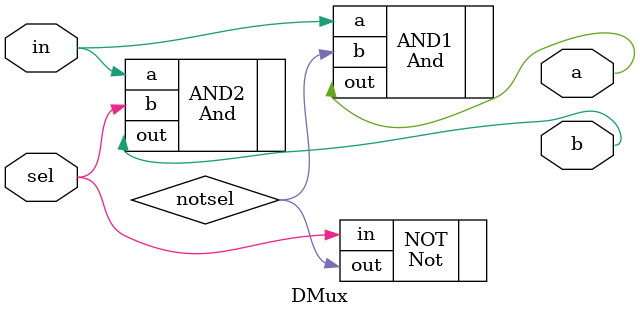
<source format=v>
/**
 * Demultiplexor:
 * {a, b} = {in, 0} if sel == 0
 *          {0, in} if sel == 1
 */

`default_nettype none
module DMux(
	input in,
	input sel,
  output a,
	output b
);
  wire notsel;
  Not NOT(.in(sel), .out(notsel));

  And AND1(.a(in), .b(notsel), .out(a));
  And AND2(.a(in), .b(sel), .out(b));
endmodule

</source>
